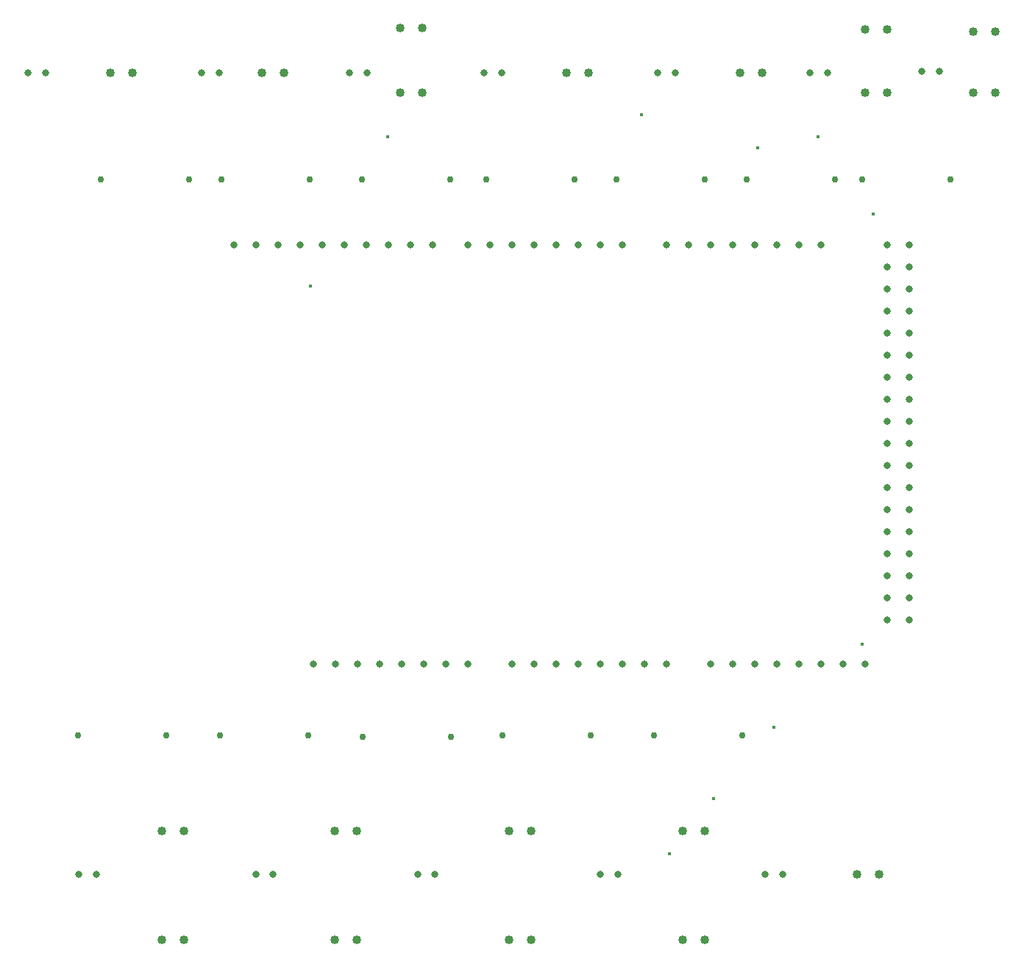
<source format=gbr>
G04 PROTEUS GERBER X2 FILE*
%TF.GenerationSoftware,Labcenter,Proteus,8.16-SP3-Build36097*%
%TF.CreationDate,2024-06-22T10:21:33+00:00*%
%TF.FileFunction,Plated,1,2,PTH*%
%TF.FilePolarity,Positive*%
%TF.Part,Single*%
%TF.SameCoordinates,{24a379d5-4027-43cf-b872-4d17f73d1947}*%
%FSLAX45Y45*%
%MOMM*%
G01*
%TA.AperFunction,ViaDrill*%
%ADD36C,0.381000*%
%TA.AperFunction,ComponentDrill*%
%ADD37C,0.838200*%
%TA.AperFunction,ComponentDrill*%
%ADD38C,1.016000*%
%ADD39C,0.812800*%
%ADD40C,0.762000*%
%TD.AperFunction*%
D36*
X-2536000Y+2278000D03*
X-1647000Y+3992500D03*
X+3306000Y+3992500D03*
X+3941000Y+3103500D03*
X+2798000Y-2802000D03*
X+3814000Y-1849500D03*
X+1274000Y+4246500D03*
X+2607500Y+3865500D03*
X+1591500Y-4262500D03*
X+2099500Y-3627500D03*
D37*
X+1052000Y+2750000D03*
X+798000Y+2750000D03*
X+544000Y+2750000D03*
X+290000Y+2750000D03*
X-1742000Y-2076000D03*
X+36000Y+2750000D03*
X-218000Y+2750000D03*
X-1488000Y-2076000D03*
X+4100000Y+2750000D03*
X+4354000Y+2750000D03*
X-472000Y+2750000D03*
X-726000Y+2750000D03*
X-1132400Y+2750000D03*
X-1386400Y+2750000D03*
X-1640400Y+2750000D03*
X-1894400Y+2750000D03*
X-2148400Y+2750000D03*
X-2402400Y+2750000D03*
X+1560000Y+2750000D03*
X+1814000Y+2750000D03*
X+2068000Y+2750000D03*
X+2322000Y+2750000D03*
X+2576000Y+2750000D03*
X+2830000Y+2750000D03*
X+3084000Y+2750000D03*
X+3338000Y+2750000D03*
X+4100000Y+2496000D03*
X+4354000Y+2496000D03*
X+4100000Y+2242000D03*
X+4354000Y+2242000D03*
X+4100000Y+1988000D03*
X+4354000Y+1988000D03*
X+4100000Y+1734000D03*
X+4354000Y+1734000D03*
X+4100000Y+1480000D03*
X+4354000Y+1480000D03*
X+4100000Y+1226000D03*
X+4354000Y+1226000D03*
X+4100000Y+972000D03*
X+4354000Y+972000D03*
X+4100000Y+718000D03*
X+4354000Y+718000D03*
X+4100000Y+464000D03*
X+4354000Y+464000D03*
X+4100000Y+210000D03*
X+4354000Y+210000D03*
X+4100000Y-44000D03*
X+4354000Y-44000D03*
X+4100000Y-298000D03*
X+4354000Y-298000D03*
X+4100000Y-552000D03*
X+4354000Y-552000D03*
X+4100000Y-806000D03*
X+4354000Y-806000D03*
X+4100000Y-1060000D03*
X+4354000Y-1060000D03*
X+4100000Y-1314000D03*
X+4354000Y-1314000D03*
X-218000Y-2076000D03*
X+36000Y-2076000D03*
X+290000Y-2076000D03*
X+544000Y-2076000D03*
X+798000Y-2076000D03*
X+1052000Y-2076000D03*
X+1306000Y-2076000D03*
X+1560000Y-2076000D03*
X+2068000Y-2076000D03*
X+2322000Y-2076000D03*
X+2576000Y-2076000D03*
X+2830000Y-2076000D03*
X+3084000Y-2076000D03*
X+3338000Y-2076000D03*
X+3592000Y-2076000D03*
X+3846000Y-2076000D03*
X-2910400Y+2750000D03*
X-1234000Y-2076000D03*
X-980000Y-2076000D03*
X-2656400Y+2750000D03*
X+4100000Y-1568000D03*
X+4354000Y-1568000D03*
X-2250000Y-2076000D03*
X-2504000Y-2076000D03*
X-1996000Y-2076000D03*
X-3418400Y+2750000D03*
X-3164400Y+2750000D03*
X-726000Y-2076000D03*
D38*
X-4842000Y+4727000D03*
X-4588000Y+4727000D03*
X-3092000Y+4727000D03*
X-2838000Y+4727000D03*
X-1504000Y+5250000D03*
X-1250000Y+5250000D03*
X-1504000Y+4500000D03*
X-1250000Y+4500000D03*
X+408000Y+4727000D03*
X+662000Y+4727000D03*
X+2408000Y+4727000D03*
X+2662000Y+4727000D03*
X+3846000Y+5227000D03*
X+4100000Y+5227000D03*
X+3846000Y+4500000D03*
X+4100000Y+4500000D03*
X+5096000Y+4500000D03*
X+5350000Y+4500000D03*
X+5096000Y+5200000D03*
X+5350000Y+5200000D03*
X+3754000Y-4500000D03*
X+4008000Y-4500000D03*
X+1750000Y-5250000D03*
X+2004000Y-5250000D03*
X+1750000Y-4000000D03*
X+2004000Y-4000000D03*
X-250000Y-4000000D03*
X+4000Y-4000000D03*
X-250000Y-5250000D03*
X+4000Y-5250000D03*
X-2254000Y-5250000D03*
X-2000000Y-5250000D03*
X-2254000Y-4000000D03*
X-2000000Y-4000000D03*
X-4250000Y-4000000D03*
X-3996000Y-4000000D03*
X-4250000Y-5250000D03*
X-3996000Y-5250000D03*
D39*
X-5788000Y+4727000D03*
X-5588000Y+4727000D03*
X-3588000Y+4727000D03*
X-3788000Y+4727000D03*
X-1888000Y+4727000D03*
X-2088000Y+4727000D03*
X-338000Y+4727000D03*
X-538000Y+4727000D03*
X+1462000Y+4727000D03*
X+1662000Y+4727000D03*
X+3212000Y+4727000D03*
X+3412000Y+4727000D03*
X+4500000Y+4750000D03*
X+4700000Y+4750000D03*
X+2698000Y-4500000D03*
X+2898000Y-4500000D03*
X+800000Y-4500000D03*
X+1000000Y-4500000D03*
X-1302000Y-4500000D03*
X-1102000Y-4500000D03*
X-3167000Y-4500000D03*
X-2967000Y-4500000D03*
X-5200000Y-4500000D03*
X-5000000Y-4500000D03*
D40*
X-4946000Y+3500000D03*
X-3930000Y+3500000D03*
X-2542000Y+3500000D03*
X-3558000Y+3500000D03*
X-1946000Y+3500000D03*
X-930000Y+3500000D03*
X-516000Y+3500000D03*
X+500000Y+3500000D03*
X+2000000Y+3500000D03*
X+984000Y+3500000D03*
X+3500000Y+3500000D03*
X+2484000Y+3500000D03*
X+3817000Y+3500000D03*
X+4833000Y+3500000D03*
X+1421000Y-2900000D03*
X+2437000Y-2900000D03*
X-329000Y-2900000D03*
X+687000Y-2900000D03*
X-1932000Y-2916000D03*
X-916000Y-2916000D03*
X-2560000Y-2900000D03*
X-3576000Y-2900000D03*
X-5216000Y-2900000D03*
X-4200000Y-2900000D03*
M02*

</source>
